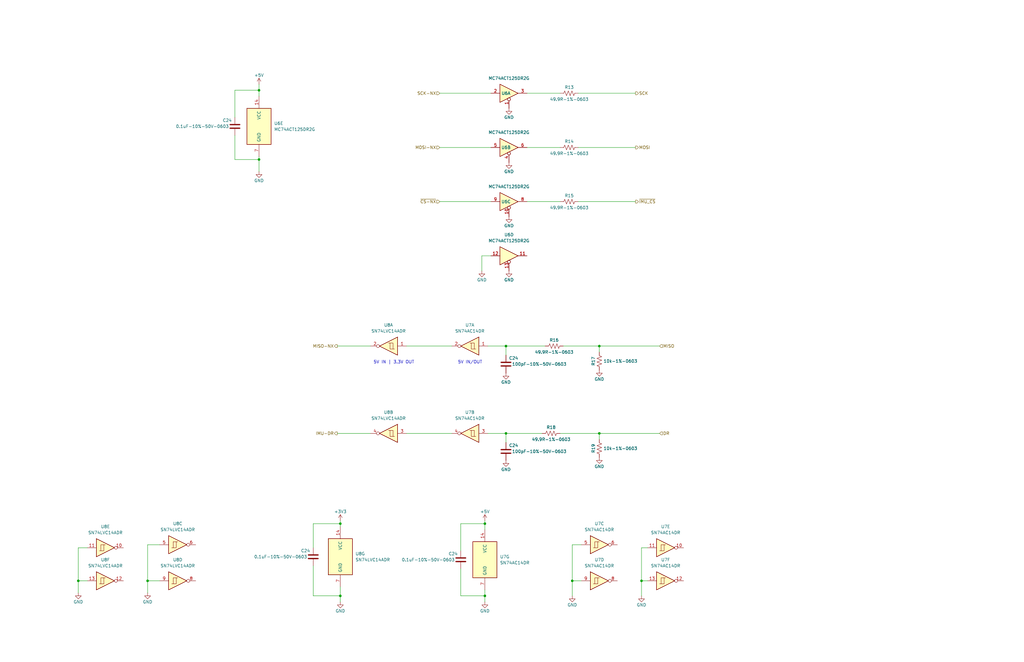
<source format=kicad_sch>
(kicad_sch (version 20230121) (generator eeschema)
  (paper "B")
  (title_block (title "NX J401 Adapter") (rev "1") (company "971 Spartan Robotics"))
  (lib_symbols
    (symbol "74xx:74LS125" (pin_names (offset 1.016))
      (property "Reference" "U" (at 0 1.27 0))
      (property "Value" "74LS125" (at 0 -1.27 0))
      (symbol "74LS125_1_0"
        (polyline (pts (xy -3.81 3.81) (xy -3.81 -3.81) (xy 3.81 0) (xy -3.81 3.81)) (stroke (width 0.254)) (fill (type background)))
        (pin input inverted (at 0 -6.35 90) (length 4.445) (name "~") (number "1"))
        (pin input line (at -7.62 0 0) (length 3.81) (name "~") (number "2"))
        (pin tri_state line (at 7.62 0 180) (length 3.81) (name "~") (number "3"))
      )
      (symbol "74LS125_2_0"
        (polyline (pts (xy -3.81 3.81) (xy -3.81 -3.81) (xy 3.81 0) (xy -3.81 3.81)) (stroke (width 0.254)) (fill (type background)))
        (pin input inverted (at 0 -6.35 90) (length 4.445) (name "~") (number "4"))
        (pin input line (at -7.62 0 0) (length 3.81) (name "~") (number "5"))
        (pin tri_state line (at 7.62 0 180) (length 3.81) (name "~") (number "6"))
      )
      (symbol "74LS125_3_0"
        (polyline (pts (xy -3.81 3.81) (xy -3.81 -3.81) (xy 3.81 0) (xy -3.81 3.81)) (stroke (width 0.254)) (fill (type background)))
        (pin input inverted (at 0 -6.35 90) (length 4.445) (name "~") (number "10"))
        (pin tri_state line (at 7.62 0 180) (length 3.81) (name "~") (number "8"))
        (pin input line (at -7.62 0 0) (length 3.81) (name "~") (number "9"))
      )
      (symbol "74LS125_4_0"
        (polyline (pts (xy -3.81 3.81) (xy -3.81 -3.81) (xy 3.81 0) (xy -3.81 3.81)) (stroke (width 0.254)) (fill (type background)))
        (pin tri_state line (at 7.62 0 180) (length 3.81) (name "~") (number "11"))
        (pin input line (at -7.62 0 0) (length 3.81) (name "~") (number "12"))
        (pin input inverted (at 0 -6.35 90) (length 4.445) (name "~") (number "13"))
      )
      (symbol "74LS125_5_0"
        (pin power_in line (at 0 12.7 270) (length 5.08) (name "VCC") (number "14"))
        (pin power_in line (at 0 -12.7 90) (length 5.08) (name "GND") (number "7"))
      )
      (symbol "74LS125_5_1"
        (rectangle (start -5.08 7.62) (end 5.08 -7.62) (stroke (width 0.254)) (fill (type background)))
      )
    )
    (symbol "74xx:74LS14" (pin_names (offset 1.016))
      (property "Reference" "U" (at 0 1.27 0))
      (property "Value" "74LS14" (at 0 -1.27 0))
      (symbol "74LS14_1_0"
        (polyline (pts (xy -3.81 3.81) (xy -3.81 -3.81) (xy 3.81 0) (xy -3.81 3.81)) (stroke (width 0.254)) (fill (type background)))
        (pin input line (at -7.62 0 0) (length 3.81) (name "~") (number "1"))
        (pin output inverted (at 7.62 0 180) (length 3.81) (name "~") (number "2"))
      )
      (symbol "74LS14_1_1"
        (polyline (pts (xy -1.905 -1.27) (xy -1.905 1.27) (xy -0.635 1.27)))
        (polyline (pts (xy -2.54 -1.27) (xy -0.635 -1.27) (xy -0.635 1.27) (xy 0 1.27)))
      )
      (symbol "74LS14_2_0"
        (polyline (pts (xy -3.81 3.81) (xy -3.81 -3.81) (xy 3.81 0) (xy -3.81 3.81)) (stroke (width 0.254)) (fill (type background)))
        (pin input line (at -7.62 0 0) (length 3.81) (name "~") (number "3"))
        (pin output inverted (at 7.62 0 180) (length 3.81) (name "~") (number "4"))
      )
      (symbol "74LS14_2_1"
        (polyline (pts (xy -1.905 -1.27) (xy -1.905 1.27) (xy -0.635 1.27)))
        (polyline (pts (xy -2.54 -1.27) (xy -0.635 -1.27) (xy -0.635 1.27) (xy 0 1.27)))
      )
      (symbol "74LS14_3_0"
        (polyline (pts (xy -3.81 3.81) (xy -3.81 -3.81) (xy 3.81 0) (xy -3.81 3.81)) (stroke (width 0.254)) (fill (type background)))
        (pin input line (at -7.62 0 0) (length 3.81) (name "~") (number "5"))
        (pin output inverted (at 7.62 0 180) (length 3.81) (name "~") (number "6"))
      )
      (symbol "74LS14_3_1"
        (polyline (pts (xy -1.905 -1.27) (xy -1.905 1.27) (xy -0.635 1.27)))
        (polyline (pts (xy -2.54 -1.27) (xy -0.635 -1.27) (xy -0.635 1.27) (xy 0 1.27)))
      )
      (symbol "74LS14_4_0"
        (polyline (pts (xy -3.81 3.81) (xy -3.81 -3.81) (xy 3.81 0) (xy -3.81 3.81)) (stroke (width 0.254)) (fill (type background)))
        (pin output inverted (at 7.62 0 180) (length 3.81) (name "~") (number "8"))
        (pin input line (at -7.62 0 0) (length 3.81) (name "~") (number "9"))
      )
      (symbol "74LS14_4_1"
        (polyline (pts (xy -1.905 -1.27) (xy -1.905 1.27) (xy -0.635 1.27)))
        (polyline (pts (xy -2.54 -1.27) (xy -0.635 -1.27) (xy -0.635 1.27) (xy 0 1.27)))
      )
      (symbol "74LS14_5_0"
        (polyline (pts (xy -3.81 3.81) (xy -3.81 -3.81) (xy 3.81 0) (xy -3.81 3.81)) (stroke (width 0.254)) (fill (type background)))
        (pin output inverted (at 7.62 0 180) (length 3.81) (name "~") (number "10"))
        (pin input line (at -7.62 0 0) (length 3.81) (name "~") (number "11"))
      )
      (symbol "74LS14_5_1"
        (polyline (pts (xy -1.905 -1.27) (xy -1.905 1.27) (xy -0.635 1.27)))
        (polyline (pts (xy -2.54 -1.27) (xy -0.635 -1.27) (xy -0.635 1.27) (xy 0 1.27)))
      )
      (symbol "74LS14_6_0"
        (polyline (pts (xy -3.81 3.81) (xy -3.81 -3.81) (xy 3.81 0) (xy -3.81 3.81)) (stroke (width 0.254)) (fill (type background)))
        (pin output inverted (at 7.62 0 180) (length 3.81) (name "~") (number "12"))
        (pin input line (at -7.62 0 0) (length 3.81) (name "~") (number "13"))
      )
      (symbol "74LS14_6_1"
        (polyline (pts (xy -1.905 -1.27) (xy -1.905 1.27) (xy -0.635 1.27)))
        (polyline (pts (xy -2.54 -1.27) (xy -0.635 -1.27) (xy -0.635 1.27) (xy 0 1.27)))
      )
      (symbol "74LS14_7_0"
        (pin power_in line (at 0 12.7 270) (length 5.08) (name "VCC") (number "14"))
        (pin power_in line (at 0 -12.7 90) (length 5.08) (name "GND") (number "7"))
      )
      (symbol "74LS14_7_1"
        (rectangle (start -5.08 7.62) (end 5.08 -7.62) (stroke (width 0.254)) (fill (type background)))
      )
    )
    (symbol "Device:C" (pin_numbers hide) (pin_names (offset 0.254))
      (property "Reference" "C" (at 0.635 2.54 0))
      (property "Value" "C" (at 0.635 -2.54 0))
      (symbol "C_0_1"
        (polyline (pts (xy -2.032 -0.762) (xy 2.032 -0.762)) (stroke (width 0.508)))
        (polyline (pts (xy -2.032 0.762) (xy 2.032 0.762)) (stroke (width 0.508)))
      )
      (symbol "C_1_1"
        (pin passive line (at 0 3.81 270) (length 2.794) (name "~") (number "1"))
        (pin passive line (at 0 -3.81 90) (length 2.794) (name "~") (number "2"))
      )
    )
    (symbol "Device:R_US" (pin_numbers hide) (pin_names (offset 0))
      (property "Reference" "R" (at 2.54 0 90))
      (property "Value" "R_US" (at -2.54 0 90))
      (symbol "R_US_0_1"
        (polyline (pts (xy 0 -2.286) (xy 0 -2.54)))
        (polyline (pts (xy 0 2.286) (xy 0 2.54)))
        (polyline (pts (xy 0 -0.762) (xy 1.016 -1.143) (xy 0 -1.524) (xy -1.016 -1.905) (xy 0 -2.286)))
        (polyline (pts (xy 0 0.762) (xy 1.016 0.381) (xy 0 0) (xy -1.016 -0.381) (xy 0 -0.762)))
        (polyline (pts (xy 0 2.286) (xy 1.016 1.905) (xy 0 1.524) (xy -1.016 1.143) (xy 0 0.762)))
      )
      (symbol "R_US_1_1"
        (pin passive line (at 0 3.81 270) (length 1.27) (name "~") (number "1"))
        (pin passive line (at 0 -3.81 90) (length 1.27) (name "~") (number "2"))
      )
    )
    (symbol "power:+3V3" (power) (pin_names (offset 0))
      (property "Value" "+3V3" (at 0 3.556 0))
      (symbol "+3V3_0_1"
        (polyline (pts (xy -0.762 1.27) (xy 0 2.54)))
        (polyline (pts (xy 0 0) (xy 0 2.54)))
        (polyline (pts (xy 0 2.54) (xy 0.762 1.27)))
      )
      (symbol "+3V3_1_1"
        (pin power_in line (at 0 0 90) (length 0) hide (name "+3V3") (number "1"))
      )
    )
    (symbol "power:+5V" (power) (pin_names (offset 0))
      (property "Value" "+5V" (at 0 3.556 0))
      (symbol "+5V_0_1"
        (polyline (pts (xy -0.762 1.27) (xy 0 2.54)))
        (polyline (pts (xy 0 0) (xy 0 2.54)))
        (polyline (pts (xy 0 2.54) (xy 0.762 1.27)))
      )
      (symbol "+5V_1_1"
        (pin power_in line (at 0 0 90) (length 0) hide (name "+5V") (number "1"))
      )
    )
    (symbol "power:GND" (power) (pin_names (offset 0))
      (property "Value" "GND" (at 0 -3.81 0))
      (symbol "GND_0_1"
        (polyline (pts (xy 0 0) (xy 0 -1.27) (xy 1.27 -1.27) (xy 0 -2.54) (xy -1.27 -1.27) (xy 0 -1.27)))
      )
      (symbol "GND_1_1"
        (pin power_in line (at 0 0 270) (length 0) hide (name "GND") (number "1"))
      )
    )
  )
  (junction (at 33.02 245.11))
  (junction (at 62.23 245.11))
  (junction (at 143.51 220.98))
  (junction (at 109.22 38.1))
  (junction (at 109.22 67.31))
  (junction (at 270.51 245.11))
  (junction (at 252.73 146.05))
  (junction (at 204.47 220.98))
  (junction (at 252.73 182.88))
  (junction (at 241.3 245.11))
  (junction (at 204.47 251.46))
  (junction (at 213.36 182.88))
  (junction (at 213.36 146.05))
  (junction (at 143.51 251.46))
  (wire (pts (xy 33.02 245.11) (xy 33.02 231.14)))
  (wire (pts (xy 99.06 67.31) (xy 109.22 67.31)))
  (wire (pts (xy 241.3 229.87) (xy 241.3 245.11)))
  (wire (pts (xy 99.06 38.1) (xy 99.06 49.53)))
  (wire (pts (xy 252.73 182.88) (xy 252.73 185.42)))
  (wire (pts (xy 142.24 182.88) (xy 156.21 182.88)))
  (wire (pts (xy 109.22 67.31) (xy 109.22 66.04)))
  (wire (pts (xy 171.45 182.88) (xy 190.5 182.88)))
  (wire (pts (xy 222.25 39.37) (xy 236.22 39.37)))
  (wire (pts (xy 204.47 220.98) (xy 204.47 223.52)))
  (wire (pts (xy 99.06 57.15) (xy 99.06 67.31)))
  (wire (pts (xy 243.84 62.23) (xy 267.97 62.23)))
  (wire (pts (xy 143.51 219.71) (xy 143.51 220.98)))
  (wire (pts (xy 270.51 231.14) (xy 273.05 231.14)))
  (wire (pts (xy 243.84 39.37) (xy 267.97 39.37)))
  (wire (pts (xy 204.47 254) (xy 204.47 251.46)))
  (wire (pts (xy 109.22 72.39) (xy 109.22 67.31)))
  (wire (pts (xy 203.2 107.95) (xy 203.2 114.3)))
  (wire (pts (xy 62.23 245.11) (xy 67.31 245.11)))
  (wire (pts (xy 241.3 245.11) (xy 241.3 251.46)))
  (wire (pts (xy 270.51 245.11) (xy 270.51 231.14)))
  (wire (pts (xy 132.08 220.98) (xy 143.51 220.98)))
  (wire (pts (xy 205.74 182.88) (xy 213.36 182.88)))
  (wire (pts (xy 245.11 229.87) (xy 241.3 229.87)))
  (wire (pts (xy 109.22 38.1) (xy 99.06 38.1)))
  (wire (pts (xy 143.51 251.46) (xy 143.51 247.65)))
  (wire (pts (xy 270.51 251.46) (xy 270.51 245.11)))
  (wire (pts (xy 33.02 231.14) (xy 36.83 231.14)))
  (wire (pts (xy 194.31 251.46) (xy 204.47 251.46)))
  (wire (pts (xy 62.23 250.19) (xy 62.23 245.11)))
  (wire (pts (xy 185.42 62.23) (xy 207.01 62.23)))
  (wire (pts (xy 222.25 62.23) (xy 236.22 62.23)))
  (wire (pts (xy 252.73 182.88) (xy 278.13 182.88)))
  (wire (pts (xy 207.01 107.95) (xy 203.2 107.95)))
  (wire (pts (xy 273.05 245.11) (xy 270.51 245.11)))
  (wire (pts (xy 243.84 85.09) (xy 267.97 85.09)))
  (wire (pts (xy 204.47 220.98) (xy 194.31 220.98)))
  (wire (pts (xy 143.51 220.98) (xy 143.51 222.25)))
  (wire (pts (xy 213.36 182.88) (xy 228.6 182.88)))
  (wire (pts (xy 213.36 146.05) (xy 213.36 149.86)))
  (wire (pts (xy 62.23 229.87) (xy 67.31 229.87)))
  (wire (pts (xy 237.49 146.05) (xy 252.73 146.05)))
  (wire (pts (xy 205.74 146.05) (xy 213.36 146.05)))
  (wire (pts (xy 185.42 85.09) (xy 207.01 85.09)))
  (wire (pts (xy 222.25 85.09) (xy 236.22 85.09)))
  (wire (pts (xy 213.36 182.88) (xy 213.36 186.69)))
  (wire (pts (xy 204.47 219.71) (xy 204.47 220.98)))
  (wire (pts (xy 185.42 39.37) (xy 207.01 39.37)))
  (wire (pts (xy 33.02 245.11) (xy 36.83 245.11)))
  (wire (pts (xy 109.22 35.56) (xy 109.22 38.1)))
  (wire (pts (xy 213.36 146.05) (xy 229.87 146.05)))
  (wire (pts (xy 132.08 238.76) (xy 132.08 251.46)))
  (wire (pts (xy 62.23 245.11) (xy 62.23 229.87)))
  (wire (pts (xy 194.31 240.03) (xy 194.31 251.46)))
  (wire (pts (xy 245.11 245.11) (xy 241.3 245.11)))
  (wire (pts (xy 171.45 146.05) (xy 190.5 146.05)))
  (wire (pts (xy 252.73 146.05) (xy 252.73 148.59)))
  (wire (pts (xy 236.22 182.88) (xy 252.73 182.88)))
  (wire (pts (xy 194.31 220.98) (xy 194.31 232.41)))
  (wire (pts (xy 143.51 254) (xy 143.51 251.46)))
  (wire (pts (xy 132.08 220.98) (xy 132.08 231.14)))
  (wire (pts (xy 252.73 146.05) (xy 278.13 146.05)))
  (wire (pts (xy 142.24 146.05) (xy 156.21 146.05)))
  (wire (pts (xy 143.51 251.46) (xy 132.08 251.46)))
  (wire (pts (xy 109.22 38.1) (xy 109.22 40.64)))
  (wire (pts (xy 33.02 250.19) (xy 33.02 245.11)))
  (wire (pts (xy 204.47 248.92) (xy 204.47 251.46)))
  (text "5V IN | 3.3V OUT" (at 157.48 153.67 0) (effects (font (size 1.27 1.27)) (justify left bottom)))
  (text "5V IN/OUT" (at 193.04 153.67 0) (effects (font (size 1.27 1.27)) (justify left bottom)))
  (hierarchical_label "MOSI-NX" (shape input) (at 185.42 62.23 180))
  (hierarchical_label "MOSI" (shape output) (at 267.97 62.23 0))
  (hierarchical_label "~{IMU_CS}" (shape output) (at 267.97 85.09 0))
  (hierarchical_label "~{CS-NX}" (shape input) (at 185.42 85.09 180))
  (hierarchical_label "DR" (shape input) (at 278.13 182.88 0))
  (hierarchical_label "SCK-NX" (shape input) (at 185.42 39.37 180))
  (hierarchical_label "MISO-NX" (shape output) (at 142.24 146.05 180))
  (hierarchical_label "MISO" (shape input) (at 278.13 146.05 0))
  (hierarchical_label "IMU-DR" (shape output) (at 142.24 182.88 180))
  (hierarchical_label "SCK" (shape output) (at 267.97 39.37 0))
  (symbol (lib_id "power:GND") (at 252.73 193.04 0) (unit 1)
    (property "Reference" "#PWR042" (effects hide))
    (property "Value" "GND" (at 252.73 196.85 0))
  )
  (symbol (lib_id "power:GND") (at 62.23 250.19 0) (unit 1)
    (property "Reference" "#PWR035" (effects hide))
    (property "Value" "GND" (at 62.23 254 0))
  )
  (symbol (lib_id "74xx:74LS14") (at 44.45 231.14 0) (unit 5)
    (property "Reference" "U8" (at 44.45 222.25 0))
    (property "Value" "SN74LVC14ADR" (at 44.45 224.79 0))
    (property "Footprint" "Package_SO:SO-14_3.9x8.65mm_P1.27mm" (effects hide))
    (property "Datasheet" "Components/sn74lvc14a.pdf" (effects hide))
    (property "DIST" "Digikey" (effects hide))
    (property "DIST P/N" "296-1699-1-ND" (effects hide))
    (property "MFG" "Texas Instruments" (effects hide))
    (property "MFG P/N" "SN74LVC14ADR" (effects hide))
  )
  (symbol (lib_id "Device:C") (at 213.36 190.5 0) (mirror y) (unit 1)
    (property "Reference" "C24" (at 214.63 187.96 0) (effects (justify right)))
    (property "Value" "100pF-10%-50V-0603" (at 215.9 190.5 0) (effects (justify right)))
    (property "Footprint" "Capacitor_SMD:C_0603_1608Metric" (effects hide))
    (property "MFG" "Samsung Electro-Mechanics" (effects hide))
    (property "MFG P/N" "CL10B104KB8NNNC" (effects hide))
    (instances (project "PI-Power-Board" (path "" (reference "C24") (unit 1))) (project "NX-J401-Adapter" (path "" (reference "C3") (unit 1)) (path "" (reference "C9") (unit 1)) (path "" (reference "C14") (unit 1)) (path "" (reference "C19") (unit 1))))
  )
  (symbol (lib_id "Device:C") (at 213.36 153.67 0) (mirror y) (unit 1)
    (property "Reference" "C24" (at 214.63 151.13 0) (effects (justify right)))
    (property "Value" "100pF-10%-50V-0603" (at 215.9 153.67 0) (effects (justify right)))
    (property "Footprint" "Capacitor_SMD:C_0603_1608Metric" (effects hide))
    (property "MFG" "Samsung Electro-Mechanics" (effects hide))
    (property "MFG P/N" "CL10B104KB8NNNC" (effects hide))
    (instances (project "PI-Power-Board" (path "" (reference "C24") (unit 1))) (project "NX-J401-Adapter" (path "" (reference "C3") (unit 1)) (path "" (reference "C9") (unit 1)) (path "" (reference "C14") (unit 1)) (path "" (reference "C18") (unit 1))))
  )
  (symbol (lib_id "74xx:74LS14") (at 252.73 245.11 0) (unit 4)
    (property "Reference" "U7" (at 252.73 236.22 0))
    (property "Value" "SN74AC14DR" (at 252.73 238.76 0))
    (property "Footprint" "Package_SO:SO-14_3.9x8.65mm_P1.27mm" (effects hide))
    (property "Datasheet" "Components/sn74ac14.pdf" (effects hide))
    (property "DIST" "Digikey" (effects hide))
    (property "DIST P/N" "296-4300-1-ND" (effects hide))
    (property "MFG" "Texas Instruments" (effects hide))
    (property "MFG P/N" "SN74AC14DR" (effects hide))
  )
  (symbol (lib_id "power:GND") (at 109.22 72.39 0) (unit 1)
    (property "Reference" "#PWR029" (effects hide))
    (property "Value" "GND" (at 109.22 76.2 0))
  )
  (symbol (lib_id "74xx:74LS14") (at 74.93 229.87 0) (unit 3)
    (property "Reference" "U8" (at 74.93 220.98 0))
    (property "Value" "SN74LVC14ADR" (at 74.93 223.52 0))
    (property "Footprint" "Package_SO:SO-14_3.9x8.65mm_P1.27mm" (effects hide))
    (property "Datasheet" "Components/sn74lvc14a.pdf" (effects hide))
    (property "DIST" "Digikey" (effects hide))
    (property "DIST P/N" "296-1699-1-ND" (effects hide))
    (property "MFG" "Texas Instruments" (effects hide))
    (property "MFG P/N" "SN74LVC14ADR" (effects hide))
  )
  (symbol (lib_id "Device:R_US") (at 240.03 39.37 90) (unit 1)
    (property "Reference" "R13" (at 240.03 36.83 90))
    (property "Value" "49.9R-1%-0603" (at 240.03 41.91 90))
    (property "Footprint" "Resistor_SMD:R_0603_1608Metric" (effects hide))
  )
  (symbol (lib_id "74xx:74LS125") (at 214.63 62.23 0) (unit 2)
    (property "Reference" "U6" (at 213.36 62.23 0))
    (property "Value" "MC74ACT125DR2G" (at 214.63 55.88 0))
    (property "Footprint" "Package_SO:SO-14_3.9x8.65mm_P1.27mm" (effects hide))
    (property "Datasheet" "Components/MC74AC125-D.PDF" (effects hide))
    (property "DIST" "Digikey" (effects hide))
    (property "DIST P/N" "MC74ACT125DR2GOSCT-ND" (effects hide))
    (property "MFG" "onsemi" (effects hide))
    (property "MFG P/N" "MC74ACT125DR2G" (effects hide))
  )
  (symbol (lib_id "power:+3V3") (at 143.51 219.71 0) (mirror y) (unit 1)
    (property "Reference" "#PWR036" (effects hide))
    (property "Value" "+3V3" (at 143.51 215.9 0))
  )
  (symbol (lib_id "power:+5V") (at 204.47 219.71 0) (unit 1)
    (property "Reference" "#PWR031" (effects hide))
    (property "Value" "+5V" (at 204.47 215.9 0))
  )
  (symbol (lib_id "power:GND") (at 252.73 156.21 0) (unit 1)
    (property "Reference" "#PWR039" (effects hide))
    (property "Value" "GND" (at 252.73 160.02 0))
  )
  (symbol (lib_id "74xx:74LS14") (at 143.51 234.95 0) (unit 7)
    (property "Reference" "U8" (at 149.86 233.68 0) (effects (justify left)))
    (property "Value" "SN74LVC14ADR" (at 149.86 236.22 0) (effects (justify left)))
    (property "Footprint" "Package_SO:SO-14_3.9x8.65mm_P1.27mm" (effects hide))
    (property "Datasheet" "Components/sn74lvc14a.pdf" (effects hide))
    (property "DIST" "Digikey" (effects hide))
    (property "DIST P/N" "296-1699-1-ND" (effects hide))
    (property "MFG" "Texas Instruments" (effects hide))
    (property "MFG P/N" "SN74LVC14ADR" (effects hide))
  )
  (symbol (lib_id "power:GND") (at 241.3 251.46 0) (mirror y) (unit 1)
    (property "Reference" "#PWR033" (effects hide))
    (property "Value" "GND" (at 241.3 255.27 0))
  )
  (symbol (lib_id "74xx:74LS14") (at 163.83 146.05 0) (mirror y) (unit 1)
    (property "Reference" "U8" (at 163.83 137.16 0))
    (property "Value" "SN74LVC14ADR" (at 163.83 139.7 0))
    (property "Footprint" "Package_SO:SO-14_3.9x8.65mm_P1.27mm" (effects hide))
    (property "Datasheet" "Components/sn74lvc14a.pdf" (effects hide))
    (property "DIST" "Digikey" (effects hide))
    (property "DIST P/N" "296-1699-1-ND" (effects hide))
    (property "MFG" "Texas Instruments" (effects hide))
    (property "MFG P/N" "SN74LVC14ADR" (effects hide))
  )
  (symbol (lib_id "Device:R_US") (at 240.03 62.23 90) (unit 1)
    (property "Reference" "R14" (at 240.03 59.69 90))
    (property "Value" "49.9R-1%-0603" (at 240.03 64.77 90))
    (property "Footprint" "Resistor_SMD:R_0603_1608Metric" (effects hide))
  )
  (symbol (lib_id "74xx:74LS125") (at 214.63 39.37 0) (unit 1)
    (property "Reference" "U6" (at 213.36 39.37 0))
    (property "Value" "MC74ACT125DR2G" (at 214.63 33.02 0))
    (property "Footprint" "Package_SO:SO-14_3.9x8.65mm_P1.27mm" (effects hide))
    (property "Datasheet" "Components/MC74AC125-D.PDF" (effects hide))
    (property "DIST" "Digikey" (effects hide))
    (property "DIST P/N" "MC74ACT125DR2GOSCT-ND" (effects hide))
    (property "MFG" "onsemi" (effects hide))
    (property "MFG P/N" "MC74ACT125DR2G" (effects hide))
  )
  (symbol (lib_id "74xx:74LS125") (at 214.63 107.95 0) (unit 4)
    (property "Reference" "U6" (at 214.63 99.06 0))
    (property "Value" "MC74ACT125DR2G" (at 214.63 101.6 0))
    (property "Footprint" "Package_SO:SO-14_3.9x8.65mm_P1.27mm" (effects hide))
    (property "Datasheet" "Components/MC74AC125-D.PDF" (effects hide))
    (property "DIST" "Digikey" (effects hide))
    (property "DIST P/N" "MC74ACT125DR2GOSCT-ND" (effects hide))
    (property "MFG" "onsemi" (effects hide))
    (property "MFG P/N" "MC74ACT125DR2G" (effects hide))
  )
  (symbol (lib_id "power:GND") (at 213.36 157.48 0) (unit 1)
    (property "Reference" "#PWR040" (effects hide))
    (property "Value" "GND" (at 213.36 161.29 0))
  )
  (symbol (lib_id "power:GND") (at 270.51 251.46 0) (mirror y) (unit 1)
    (property "Reference" "#PWR032" (effects hide))
    (property "Value" "GND" (at 270.51 255.27 0))
  )
  (symbol (lib_id "74xx:74LS125") (at 109.22 53.34 0) (unit 5)
    (property "Reference" "U6" (at 115.57 52.07 0) (effects (justify left)))
    (property "Value" "MC74ACT125DR2G" (at 115.57 54.61 0) (effects (justify left)))
    (property "Footprint" "Package_SO:SO-14_3.9x8.65mm_P1.27mm" (effects hide))
    (property "Datasheet" "Components/MC74AC125-D.PDF" (effects hide))
    (property "DIST" "Digikey" (effects hide))
    (property "DIST P/N" "MC74ACT125DR2GOSCT-ND" (effects hide))
    (property "MFG" "onsemi" (effects hide))
    (property "MFG P/N" "MC74ACT125DR2G" (effects hide))
  )
  (symbol (lib_id "74xx:74LS14") (at 252.73 229.87 0) (unit 3)
    (property "Reference" "U7" (at 252.73 220.98 0))
    (property "Value" "SN74AC14DR" (at 252.73 223.52 0))
    (property "Footprint" "Package_SO:SO-14_3.9x8.65mm_P1.27mm" (effects hide))
    (property "Datasheet" "Components/sn74ac14.pdf" (effects hide))
    (property "DIST" "Digikey" (effects hide))
    (property "DIST P/N" "296-4300-1-ND" (effects hide))
    (property "MFG" "Texas Instruments" (effects hide))
    (property "MFG P/N" "SN74AC14DR" (effects hide))
  )
  (symbol (lib_id "power:GND") (at 204.47 254 0) (unit 1)
    (property "Reference" "#PWR038" (effects hide))
    (property "Value" "GND" (at 204.47 257.81 0))
  )
  (symbol (lib_id "74xx:74LS125") (at 214.63 85.09 0) (unit 3)
    (property "Reference" "U6" (at 213.36 85.09 0))
    (property "Value" "MC74ACT125DR2G" (at 214.63 78.74 0))
    (property "Footprint" "Package_SO:SO-14_3.9x8.65mm_P1.27mm" (effects hide))
    (property "Datasheet" "Components/MC74AC125-D.PDF" (effects hide))
    (property "DIST" "Digikey" (effects hide))
    (property "DIST P/N" "MC74ACT125DR2GOSCT-ND" (effects hide))
    (property "MFG" "onsemi" (effects hide))
    (property "MFG P/N" "MC74ACT125DR2G" (effects hide))
  )
  (symbol (lib_id "74xx:74LS14") (at 198.12 146.05 0) (mirror y) (unit 1)
    (property "Reference" "U7" (at 198.12 137.16 0))
    (property "Value" "SN74AC14DR" (at 198.12 139.7 0))
    (property "Footprint" "Package_SO:SO-14_3.9x8.65mm_P1.27mm" (effects hide))
    (property "Datasheet" "Components/sn74ac14.pdf" (effects hide))
    (property "DIST" "Digikey" (effects hide))
    (property "DIST P/N" "296-4300-1-ND" (effects hide))
    (property "MFG" "Texas Instruments" (effects hide))
    (property "MFG P/N" "SN74AC14DR" (effects hide))
  )
  (symbol (lib_id "Device:R_US") (at 240.03 85.09 90) (unit 1)
    (property "Reference" "R15" (at 240.03 82.55 90))
    (property "Value" "49.9R-1%-0603" (at 240.03 87.63 90))
    (property "Footprint" "Resistor_SMD:R_0603_1608Metric" (effects hide))
  )
  (symbol (lib_id "Device:R_US") (at 232.41 182.88 90) (unit 1)
    (property "Reference" "R18" (at 232.41 180.34 90))
    (property "Value" "49.9R-1%-0603" (at 232.41 185.42 90))
    (property "Footprint" "Resistor_SMD:R_0603_1608Metric" (effects hide))
  )
  (symbol (lib_id "Device:C") (at 132.08 234.95 0) (unit 1)
    (property "Reference" "C24" (at 130.81 232.41 0) (effects (justify right)))
    (property "Value" "0.1uF-10%-50V-0603" (at 129.54 234.95 0) (effects (justify right)))
    (property "Footprint" "Capacitor_SMD:C_0603_1608Metric" (effects hide))
    (property "MFG" "Samsung Electro-Mechanics" (effects hide))
    (property "MFG P/N" "CL10B104KB8NNNC" (effects hide))
    (instances (project "PI-Power-Board" (path "" (reference "C24") (unit 1))) (project "NX-J401-Adapter" (path "" (reference "C3") (unit 1)) (path "" (reference "C9") (unit 1)) (path "" (reference "C14") (unit 1)) (path "" (reference "C16") (unit 1))))
  )
  (symbol (lib_id "Device:R_US") (at 233.68 146.05 90) (unit 1)
    (property "Reference" "R16" (at 233.68 143.51 90))
    (property "Value" "49.9R-1%-0603" (at 233.68 148.59 90))
    (property "Footprint" "Resistor_SMD:R_0603_1608Metric" (effects hide))
  )
  (symbol (lib_id "74xx:74LS14") (at 204.47 236.22 0) (unit 7)
    (property "Reference" "U7" (at 210.82 234.95 0) (effects (justify left)))
    (property "Value" "SN74AC14DR" (at 210.82 237.49 0) (effects (justify left)))
    (property "Footprint" "Package_SO:SO-14_3.9x8.65mm_P1.27mm" (effects hide))
    (property "Datasheet" "Components/sn74ac14.pdf" (effects hide))
    (property "DIST" "Digikey" (effects hide))
    (property "DIST P/N" "296-4300-1-ND" (effects hide))
    (property "MFG" "Texas Instruments" (effects hide))
    (property "MFG P/N" "SN74AC14DR" (effects hide))
  )
  (symbol (lib_id "Device:C") (at 194.31 236.22 0) (unit 1)
    (property "Reference" "C24" (at 193.04 233.68 0) (effects (justify right)))
    (property "Value" "0.1uF-10%-50V-0603" (at 191.77 236.22 0) (effects (justify right)))
    (property "Footprint" "Capacitor_SMD:C_0603_1608Metric" (effects hide))
    (property "MFG" "Samsung Electro-Mechanics" (effects hide))
    (property "MFG P/N" "CL10B104KB8NNNC" (effects hide))
    (instances (project "PI-Power-Board" (path "" (reference "C24") (unit 1))) (project "NX-J401-Adapter" (path "" (reference "C3") (unit 1)) (path "" (reference "C9") (unit 1)) (path "" (reference "C14") (unit 1)) (path "" (reference "C17") (unit 1))))
  )
  (symbol (lib_id "74xx:74LS14") (at 163.83 182.88 0) (mirror y) (unit 2)
    (property "Reference" "U8" (at 163.83 173.99 0))
    (property "Value" "SN74LVC14ADR" (at 163.83 176.53 0))
    (property "Footprint" "Package_SO:SO-14_3.9x8.65mm_P1.27mm" (effects hide))
    (property "Datasheet" "Components/sn74lvc14a.pdf" (effects hide))
    (property "DIST" "Digikey" (effects hide))
    (property "DIST P/N" "296-1699-1-ND" (effects hide))
    (property "MFG" "Texas Instruments" (effects hide))
    (property "MFG P/N" "SN74LVC14ADR" (effects hide))
  )
  (symbol (lib_id "power:GND") (at 214.63 114.3 0) (unit 1)
    (property "Reference" "#PWR027" (effects hide))
    (property "Value" "GND" (at 214.63 118.11 0))
  )
  (symbol (lib_id "74xx:74LS14") (at 280.67 245.11 0) (unit 6)
    (property "Reference" "U7" (at 280.67 236.22 0))
    (property "Value" "SN74AC14DR" (at 280.67 238.76 0))
    (property "Footprint" "Package_SO:SO-14_3.9x8.65mm_P1.27mm" (effects hide))
    (property "Datasheet" "Components/sn74ac14.pdf" (effects hide))
    (property "DIST" "Digikey" (effects hide))
    (property "DIST P/N" "296-4300-1-ND" (effects hide))
    (property "MFG" "Texas Instruments" (effects hide))
    (property "MFG P/N" "SN74AC14DR" (effects hide))
  )
  (symbol (lib_id "power:GND") (at 33.02 250.19 0) (unit 1)
    (property "Reference" "#PWR034" (effects hide))
    (property "Value" "GND" (at 33.02 254 0))
  )
  (symbol (lib_id "power:GND") (at 214.63 68.58 0) (unit 1)
    (property "Reference" "#PWR025" (effects hide))
    (property "Value" "GND" (at 214.63 72.39 0))
  )
  (symbol (lib_id "74xx:74LS14") (at 280.67 231.14 0) (unit 5)
    (property "Reference" "U7" (at 280.67 222.25 0))
    (property "Value" "SN74AC14DR" (at 280.67 224.79 0))
    (property "Footprint" "Package_SO:SO-14_3.9x8.65mm_P1.27mm" (effects hide))
    (property "Datasheet" "Components/sn74ac14.pdf" (effects hide))
    (property "DIST" "Digikey" (effects hide))
    (property "DIST P/N" "296-4300-1-ND" (effects hide))
    (property "MFG" "Texas Instruments" (effects hide))
    (property "MFG P/N" "SN74AC14DR" (effects hide))
  )
  (symbol (lib_id "power:GND") (at 213.36 194.31 0) (unit 1)
    (property "Reference" "#PWR041" (effects hide))
    (property "Value" "GND" (at 213.36 198.12 0))
  )
  (symbol (lib_id "power:+5V") (at 109.22 35.56 0) (unit 1)
    (property "Reference" "#PWR030" (effects hide))
    (property "Value" "+5V" (at 109.22 31.75 0))
  )
  (symbol (lib_id "Device:R_US") (at 252.73 152.4 180) (unit 1)
    (property "Reference" "R17" (at 250.19 152.4 90))
    (property "Value" "10k-1%-0603" (at 261.62 152.4 0))
    (property "Footprint" "Resistor_SMD:R_0603_1608Metric" (effects hide))
  )
  (symbol (lib_id "power:GND") (at 203.2 114.3 0) (unit 1)
    (property "Reference" "#PWR028" (effects hide))
    (property "Value" "GND" (at 203.2 118.11 0))
  )
  (symbol (lib_id "power:GND") (at 143.51 254 0) (mirror y) (unit 1)
    (property "Reference" "#PWR037" (effects hide))
    (property "Value" "GND" (at 143.51 257.81 0))
  )
  (symbol (lib_id "Device:C") (at 99.06 53.34 0) (unit 1)
    (property "Reference" "C24" (at 97.79 50.8 0) (effects (justify right)))
    (property "Value" "0.1uF-10%-50V-0603" (at 96.52 53.34 0) (effects (justify right)))
    (property "Footprint" "Capacitor_SMD:C_0603_1608Metric" (effects hide))
    (property "MFG" "Samsung Electro-Mechanics" (effects hide))
    (property "MFG P/N" "CL10B104KB8NNNC" (effects hide))
    (instances (project "PI-Power-Board" (path "" (reference "C24") (unit 1))) (project "NX-J401-Adapter" (path "" (reference "C3") (unit 1)) (path "" (reference "C9") (unit 1)) (path "" (reference "C14") (unit 1)) (path "" (reference "C15") (unit 1))))
  )
  (symbol (lib_id "power:GND") (at 214.63 91.44 0) (unit 1)
    (property "Reference" "#PWR026" (effects hide))
    (property "Value" "GND" (at 214.63 95.25 0))
  )
  (symbol (lib_id "74xx:74LS14") (at 198.12 182.88 0) (mirror y) (unit 2)
    (property "Reference" "U7" (at 198.12 173.99 0))
    (property "Value" "SN74AC14DR" (at 198.12 176.53 0))
    (property "Footprint" "Package_SO:SO-14_3.9x8.65mm_P1.27mm" (effects hide))
    (property "Datasheet" "Components/sn74ac14.pdf" (effects hide))
    (property "DIST" "Digikey" (effects hide))
    (property "DIST P/N" "296-4300-1-ND" (effects hide))
    (property "MFG" "Texas Instruments" (effects hide))
    (property "MFG P/N" "SN74AC14DR" (effects hide))
  )
  (symbol (lib_id "Device:R_US") (at 252.73 189.23 180) (unit 1)
    (property "Reference" "R19" (at 250.19 189.23 90))
    (property "Value" "10k-1%-0603" (at 261.62 189.23 0))
    (property "Footprint" "Resistor_SMD:R_0603_1608Metric" (effects hide))
  )
  (symbol (lib_id "74xx:74LS14") (at 44.45 245.11 0) (unit 6)
    (property "Reference" "U8" (at 44.45 236.22 0))
    (property "Value" "SN74LVC14ADR" (at 44.45 238.76 0))
    (property "Footprint" "Package_SO:SO-14_3.9x8.65mm_P1.27mm" (effects hide))
    (property "Datasheet" "Components/sn74lvc14a.pdf" (effects hide))
    (property "DIST" "Digikey" (effects hide))
    (property "DIST P/N" "296-1699-1-ND" (effects hide))
    (property "MFG" "Texas Instruments" (effects hide))
    (property "MFG P/N" "SN74LVC14ADR" (effects hide))
  )
  (symbol (lib_id "74xx:74LS14") (at 74.93 245.11 0) (unit 4)
    (property "Reference" "U8" (at 74.93 236.22 0))
    (property "Value" "SN74LVC14ADR" (at 74.93 238.76 0))
    (property "Footprint" "Package_SO:SO-14_3.9x8.65mm_P1.27mm" (effects hide))
    (property "Datasheet" "Components/sn74lvc14a.pdf" (effects hide))
    (property "DIST" "Digikey" (effects hide))
    (property "DIST P/N" "296-1699-1-ND" (effects hide))
    (property "MFG" "Texas Instruments" (effects hide))
    (property "MFG P/N" "SN74LVC14ADR" (effects hide))
  )
  (symbol (lib_id "power:GND") (at 214.63 45.72 0) (unit 1)
    (property "Reference" "#PWR020" (effects hide))
    (property "Value" "GND" (at 214.63 49.53 0))
  )
)
</source>
